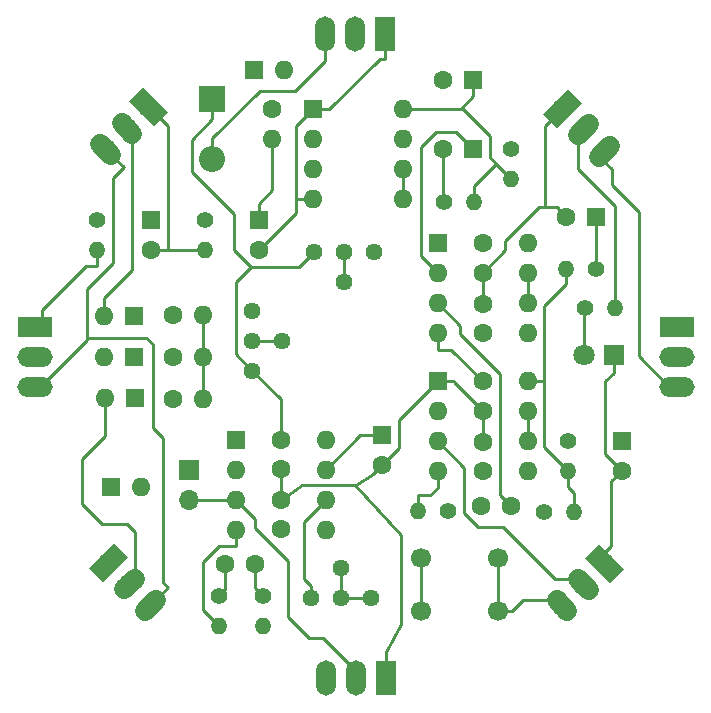
<source format=gbr>
G04 #@! TF.GenerationSoftware,KiCad,Pcbnew,5.0.2-bee76a0~70~ubuntu18.04.1*
G04 #@! TF.CreationDate,2019-08-26T16:36:03-04:00*
G04 #@! TF.ProjectId,neuromime_1.0.1_minor_corr,6e657572-6f6d-4696-9d65-5f312e302e31,rev?*
G04 #@! TF.SameCoordinates,Original*
G04 #@! TF.FileFunction,Copper,L1,Top*
G04 #@! TF.FilePolarity,Positive*
%FSLAX46Y46*%
G04 Gerber Fmt 4.6, Leading zero omitted, Abs format (unit mm)*
G04 Created by KiCad (PCBNEW 5.0.2-bee76a0~70~ubuntu18.04.1) date Mon 26 Aug 2019 04:36:03 PM EDT*
%MOMM*%
%LPD*%
G01*
G04 APERTURE LIST*
G04 #@! TA.AperFunction,ComponentPad*
%ADD10O,1.600000X1.600000*%
G04 #@! TD*
G04 #@! TA.AperFunction,ComponentPad*
%ADD11R,1.600000X1.600000*%
G04 #@! TD*
G04 #@! TA.AperFunction,ComponentPad*
%ADD12C,1.600000*%
G04 #@! TD*
G04 #@! TA.AperFunction,ComponentPad*
%ADD13C,1.800000*%
G04 #@! TD*
G04 #@! TA.AperFunction,ComponentPad*
%ADD14R,1.800000X1.800000*%
G04 #@! TD*
G04 #@! TA.AperFunction,ComponentPad*
%ADD15O,1.700000X1.700000*%
G04 #@! TD*
G04 #@! TA.AperFunction,ComponentPad*
%ADD16R,1.700000X1.700000*%
G04 #@! TD*
G04 #@! TA.AperFunction,ComponentPad*
%ADD17R,1.700000X3.000000*%
G04 #@! TD*
G04 #@! TA.AperFunction,ComponentPad*
%ADD18O,1.700000X3.000000*%
G04 #@! TD*
G04 #@! TA.AperFunction,ComponentPad*
%ADD19R,2.200000X2.200000*%
G04 #@! TD*
G04 #@! TA.AperFunction,ComponentPad*
%ADD20O,2.200000X2.200000*%
G04 #@! TD*
G04 #@! TA.AperFunction,ComponentPad*
%ADD21C,1.400000*%
G04 #@! TD*
G04 #@! TA.AperFunction,ComponentPad*
%ADD22O,1.400000X1.400000*%
G04 #@! TD*
G04 #@! TA.AperFunction,ComponentPad*
%ADD23C,1.700000*%
G04 #@! TD*
G04 #@! TA.AperFunction,Conductor*
%ADD24C,1.700000*%
G04 #@! TD*
G04 #@! TA.AperFunction,Conductor*
%ADD25C,0.150000*%
G04 #@! TD*
G04 #@! TA.AperFunction,ComponentPad*
%ADD26R,3.000000X1.700000*%
G04 #@! TD*
G04 #@! TA.AperFunction,ComponentPad*
%ADD27O,3.000000X1.700000*%
G04 #@! TD*
G04 #@! TA.AperFunction,ComponentPad*
%ADD28C,1.440000*%
G04 #@! TD*
G04 #@! TA.AperFunction,Conductor*
%ADD29C,0.250000*%
G04 #@! TD*
G04 APERTURE END LIST*
D10*
G04 #@! TO.P,U4,8*
G04 #@! TO.N,VCC*
X147460000Y-56985000D03*
G04 #@! TO.P,U4,4*
X139840000Y-64605000D03*
G04 #@! TO.P,U4,7*
G04 #@! TO.N,Net-(C17-Pad1)*
X147460000Y-59525000D03*
G04 #@! TO.P,U4,3*
G04 #@! TO.N,Net-(P5-Pad2)*
X139840000Y-62065000D03*
G04 #@! TO.P,U4,6*
G04 #@! TO.N,Net-(C17-Pad1)*
X147460000Y-62065000D03*
G04 #@! TO.P,U4,2*
G04 #@! TO.N,Net-(C11-Pad1)*
X139840000Y-59525000D03*
G04 #@! TO.P,U4,5*
G04 #@! TO.N,Net-(C16-Pad1)*
X147460000Y-64605000D03*
D11*
G04 #@! TO.P,U4,1*
G04 #@! TO.N,GND*
X139840000Y-56985000D03*
G04 #@! TD*
D12*
G04 #@! TO.P,R2,2*
G04 #@! TO.N,Net-(D2-Pad1)*
X134506000Y-50000000D03*
D10*
G04 #@! TO.P,R2,1*
G04 #@! TO.N,Net-(C5-Pad1)*
X137046000Y-50000000D03*
G04 #@! TD*
D13*
G04 #@! TO.P,D6,2*
G04 #@! TO.N,Net-(D6-Pad2)*
X169304000Y-49809500D03*
D14*
G04 #@! TO.P,D6,1*
G04 #@! TO.N,GND*
X171844000Y-49809500D03*
G04 #@! TD*
D15*
G04 #@! TO.P,W3,2*
G04 #@! TO.N,Net-(P5-Pad2)*
X135903000Y-62065000D03*
D16*
G04 #@! TO.P,W3,1*
G04 #@! TO.N,Net-(D5-Pad2)*
X135903000Y-59525000D03*
G04 #@! TD*
D12*
G04 #@! TO.P,C11,2*
G04 #@! TO.N,Net-(C10-Pad2)*
X141451000Y-67526000D03*
G04 #@! TO.P,C11,1*
G04 #@! TO.N,Net-(C11-Pad1)*
X138951000Y-67526000D03*
G04 #@! TD*
G04 #@! TO.P,C12,2*
G04 #@! TO.N,GND*
X160732000Y-54532000D03*
G04 #@! TO.P,C12,1*
G04 #@! TO.N,VCC*
X160732000Y-52032000D03*
G04 #@! TD*
G04 #@! TO.P,C13,2*
G04 #@! TO.N,GND*
X160732000Y-42848000D03*
G04 #@! TO.P,C13,1*
G04 #@! TO.N,VCC*
X160732000Y-40348000D03*
G04 #@! TD*
G04 #@! TO.P,C15,2*
G04 #@! TO.N,GND*
X160732000Y-57152000D03*
G04 #@! TO.P,C15,1*
G04 #@! TO.N,Net-(C15-Pad1)*
X160732000Y-59652000D03*
G04 #@! TD*
G04 #@! TO.P,C16,2*
G04 #@! TO.N,GND*
X143650000Y-62065000D03*
G04 #@! TO.P,C16,1*
G04 #@! TO.N,Net-(C16-Pad1)*
X143650000Y-64565000D03*
G04 #@! TD*
D10*
G04 #@! TO.P,U1,8*
G04 #@! TO.N,VCC*
X153964000Y-29022000D03*
G04 #@! TO.P,U1,4*
G04 #@! TO.N,GND*
X146344000Y-36642000D03*
G04 #@! TO.P,U1,7*
G04 #@! TO.N,Net-(C6-Pad2)*
X153964000Y-31562000D03*
G04 #@! TO.P,U1,3*
G04 #@! TO.N,Net-(C5-Pad1)*
X146344000Y-34102000D03*
G04 #@! TO.P,U1,6*
G04 #@! TO.N,Net-(U1-Pad5)*
X153964000Y-34102000D03*
G04 #@! TO.P,U1,2*
G04 #@! TO.N,refractory*
X146344000Y-31562000D03*
G04 #@! TO.P,U1,5*
G04 #@! TO.N,Net-(U1-Pad5)*
X153964000Y-36642000D03*
D11*
G04 #@! TO.P,U1,1*
G04 #@! TO.N,GND*
X146344000Y-29022000D03*
G04 #@! TD*
D10*
G04 #@! TO.P,U2,8*
G04 #@! TO.N,VCC*
X164542000Y-40348000D03*
G04 #@! TO.P,U2,4*
X156922000Y-47968000D03*
G04 #@! TO.P,U2,7*
G04 #@! TO.N,Net-(C8-Pad1)*
X164542000Y-42888000D03*
G04 #@! TO.P,U2,3*
G04 #@! TO.N,Net-(C10-Pad2)*
X156922000Y-45428000D03*
G04 #@! TO.P,U2,6*
G04 #@! TO.N,Net-(C8-Pad1)*
X164542000Y-45428000D03*
G04 #@! TO.P,U2,2*
G04 #@! TO.N,Net-(C6-Pad1)*
X156922000Y-42888000D03*
G04 #@! TO.P,U2,5*
G04 #@! TO.N,Net-(C9-Pad1)*
X164542000Y-47968000D03*
D11*
G04 #@! TO.P,U2,1*
G04 #@! TO.N,GND*
X156922000Y-40348000D03*
G04 #@! TD*
D10*
G04 #@! TO.P,U3,8*
G04 #@! TO.N,VCC*
X164542000Y-52032000D03*
G04 #@! TO.P,U3,4*
X156922000Y-59652000D03*
G04 #@! TO.P,U3,7*
G04 #@! TO.N,Net-(C14-Pad1)*
X164542000Y-54572000D03*
G04 #@! TO.P,U3,3*
G04 #@! TO.N,Net-(P2-Pad2)*
X156922000Y-57112000D03*
G04 #@! TO.P,U3,6*
G04 #@! TO.N,Net-(C14-Pad1)*
X164542000Y-57112000D03*
G04 #@! TO.P,U3,2*
G04 #@! TO.N,Net-(C10-Pad1)*
X156922000Y-54572000D03*
G04 #@! TO.P,U3,5*
G04 #@! TO.N,Net-(C15-Pad1)*
X164542000Y-59652000D03*
D11*
G04 #@! TO.P,U3,1*
G04 #@! TO.N,GND*
X156922000Y-52032000D03*
G04 #@! TD*
D12*
G04 #@! TO.P,C7,2*
G04 #@! TO.N,GND*
X143650000Y-59485000D03*
G04 #@! TO.P,C7,1*
G04 #@! TO.N,VCC*
X143650000Y-56985000D03*
G04 #@! TD*
G04 #@! TO.P,C9,2*
G04 #@! TO.N,GND*
X160732000Y-45468000D03*
G04 #@! TO.P,C9,1*
G04 #@! TO.N,Net-(C9-Pad1)*
X160732000Y-47968000D03*
G04 #@! TD*
G04 #@! TO.P,C10,2*
G04 #@! TO.N,Net-(C10-Pad2)*
X163104000Y-62636500D03*
G04 #@! TO.P,C10,1*
G04 #@! TO.N,Net-(C10-Pad1)*
X160604000Y-62636500D03*
G04 #@! TD*
D17*
G04 #@! TO.P,P5,1*
G04 #@! TO.N,GND*
X152540000Y-77193000D03*
D18*
G04 #@! TO.P,P5,2*
G04 #@! TO.N,Net-(P5-Pad2)*
X150000000Y-77193000D03*
G04 #@! TO.P,P5,3*
G04 #@! TO.N,VDD*
X147460001Y-77193000D03*
G04 #@! TD*
D10*
G04 #@! TO.P,D1,2*
G04 #@! TO.N,Net-(D1-Pad2)*
X128710000Y-46500000D03*
D11*
G04 #@! TO.P,D1,1*
G04 #@! TO.N,Net-(D1-Pad1)*
X131250000Y-46500000D03*
G04 #@! TD*
D10*
G04 #@! TO.P,D2,2*
G04 #@! TO.N,Net-(D2-Pad2)*
X128710000Y-50000000D03*
D11*
G04 #@! TO.P,D2,1*
G04 #@! TO.N,Net-(D2-Pad1)*
X131250000Y-50000000D03*
G04 #@! TD*
G04 #@! TO.P,D3,1*
G04 #@! TO.N,Net-(D3-Pad1)*
X131290000Y-53500000D03*
D10*
G04 #@! TO.P,D3,2*
G04 #@! TO.N,/start*
X128750000Y-53500000D03*
G04 #@! TD*
D11*
G04 #@! TO.P,D4,1*
G04 #@! TO.N,Net-(D4-Pad1)*
X141360000Y-25700000D03*
D10*
G04 #@! TO.P,D4,2*
G04 #@! TO.N,Net-(D4-Pad2)*
X143900000Y-25700000D03*
G04 #@! TD*
D11*
G04 #@! TO.P,D5,1*
G04 #@! TO.N,refractory*
X129250000Y-61000000D03*
D10*
G04 #@! TO.P,D5,2*
G04 #@! TO.N,Net-(D5-Pad2)*
X131790000Y-61000000D03*
G04 #@! TD*
D19*
G04 #@! TO.P,D7,1*
G04 #@! TO.N,VCC*
X137835000Y-28133000D03*
D20*
G04 #@! TO.P,D7,2*
G04 #@! TO.N,VDD*
X137835000Y-33213000D03*
G04 #@! TD*
D21*
G04 #@! TO.P,R5,1*
G04 #@! TO.N,refractory*
X137200000Y-38420000D03*
D22*
G04 #@! TO.P,R5,2*
G04 #@! TO.N,GND*
X137200000Y-40960000D03*
G04 #@! TD*
D21*
G04 #@! TO.P,R6,1*
G04 #@! TO.N,Net-(C5-Pad1)*
X128056000Y-38420000D03*
D22*
G04 #@! TO.P,R6,2*
G04 #@! TO.N,GND*
X128056000Y-40960000D03*
G04 #@! TD*
G04 #@! TO.P,R7,2*
G04 #@! TO.N,VCC*
X159970000Y-36855500D03*
D21*
G04 #@! TO.P,R7,1*
G04 #@! TO.N,Net-(C6-Pad2)*
X157430000Y-36855500D03*
G04 #@! TD*
G04 #@! TO.P,R8,1*
G04 #@! TO.N,Net-(C6-Pad1)*
X163144000Y-32347000D03*
D22*
G04 #@! TO.P,R8,2*
G04 #@! TO.N,VCC*
X163144000Y-34887000D03*
G04 #@! TD*
G04 #@! TO.P,R9,2*
G04 #@! TO.N,VCC*
X167780000Y-42507000D03*
D21*
G04 #@! TO.P,R9,1*
G04 #@! TO.N,Net-(C8-Pad1)*
X170320000Y-42507000D03*
G04 #@! TD*
G04 #@! TO.P,R10,1*
G04 #@! TO.N,Net-(C10-Pad2)*
X165938000Y-63081000D03*
D22*
G04 #@! TO.P,R10,2*
G04 #@! TO.N,VCC*
X168478000Y-63081000D03*
G04 #@! TD*
D21*
G04 #@! TO.P,R11,1*
G04 #@! TO.N,Net-(C10-Pad2)*
X142126000Y-70256500D03*
D22*
G04 #@! TO.P,R11,2*
G04 #@! TO.N,VCC*
X142126000Y-72796500D03*
G04 #@! TD*
G04 #@! TO.P,R12,2*
G04 #@! TO.N,VCC*
X155270000Y-63017500D03*
D21*
G04 #@! TO.P,R12,1*
G04 #@! TO.N,Net-(C10-Pad1)*
X157810000Y-63017500D03*
G04 #@! TD*
D22*
G04 #@! TO.P,R13,2*
G04 #@! TO.N,VCC*
X138443000Y-72796500D03*
D21*
G04 #@! TO.P,R13,1*
G04 #@! TO.N,Net-(C11-Pad1)*
X138443000Y-70256500D03*
G04 #@! TD*
D22*
G04 #@! TO.P,R14,2*
G04 #@! TO.N,VCC*
X167970000Y-59652000D03*
D21*
G04 #@! TO.P,R14,1*
G04 #@! TO.N,Net-(C14-Pad1)*
X167970000Y-57112000D03*
G04 #@! TD*
D22*
G04 #@! TO.P,R15,2*
G04 #@! TO.N,Net-(P2-Pad2)*
X171908000Y-45809000D03*
D21*
G04 #@! TO.P,R15,1*
G04 #@! TO.N,Net-(D6-Pad2)*
X169368000Y-45809000D03*
G04 #@! TD*
D11*
G04 #@! TO.P,C1,1*
G04 #@! TO.N,VCC*
X159906000Y-26505000D03*
D12*
G04 #@! TO.P,C1,2*
G04 #@! TO.N,GND*
X157406000Y-26505000D03*
G04 #@! TD*
D11*
G04 #@! TO.P,C4,1*
G04 #@! TO.N,refractory*
X141772000Y-38420000D03*
D12*
G04 #@! TO.P,C4,2*
G04 #@! TO.N,GND*
X141772000Y-40920000D03*
G04 #@! TD*
G04 #@! TO.P,C5,2*
G04 #@! TO.N,GND*
X132628000Y-40920000D03*
D11*
G04 #@! TO.P,C5,1*
G04 #@! TO.N,Net-(C5-Pad1)*
X132628000Y-38420000D03*
G04 #@! TD*
D12*
G04 #@! TO.P,C6,2*
G04 #@! TO.N,Net-(C6-Pad2)*
X157406000Y-32347000D03*
D11*
G04 #@! TO.P,C6,1*
G04 #@! TO.N,Net-(C6-Pad1)*
X159906000Y-32347000D03*
G04 #@! TD*
G04 #@! TO.P,C8,1*
G04 #@! TO.N,Net-(C8-Pad1)*
X170320000Y-38125500D03*
D12*
G04 #@! TO.P,C8,2*
G04 #@! TO.N,GND*
X167820000Y-38125500D03*
G04 #@! TD*
G04 #@! TO.P,C14,2*
G04 #@! TO.N,GND*
X172542000Y-59612000D03*
D11*
G04 #@! TO.P,C14,1*
G04 #@! TO.N,Net-(C14-Pad1)*
X172542000Y-57112000D03*
G04 #@! TD*
D12*
G04 #@! TO.P,C17,2*
G04 #@! TO.N,GND*
X152222000Y-59104000D03*
D11*
G04 #@! TO.P,C17,1*
G04 #@! TO.N,Net-(C17-Pad1)*
X152222000Y-56604000D03*
G04 #@! TD*
D18*
G04 #@! TO.P,K1,3*
G04 #@! TO.N,VDD*
X147360000Y-22657000D03*
G04 #@! TO.P,K1,2*
G04 #@! TO.N,Net-(D4-Pad2)*
X149900000Y-22657000D03*
D17*
G04 #@! TO.P,K1,1*
G04 #@! TO.N,GND*
X152440000Y-22657000D03*
G04 #@! TD*
D23*
G04 #@! TO.P,K2,3*
G04 #@! TO.N,VDD*
X128830279Y-32408483D03*
D24*
G04 #@! TD*
G04 #@! TO.N,VDD*
G04 #@! TO.C,K2*
X128370660Y-31948864D02*
X129289898Y-32868102D01*
D23*
G04 #@! TO.P,K2,2*
G04 #@! TO.N,Net-(D1-Pad2)*
X130626330Y-30612432D03*
D24*
G04 #@! TD*
G04 #@! TO.N,Net-(D1-Pad2)*
G04 #@! TO.C,K2*
X130166711Y-30152813D02*
X131085949Y-31072051D01*
D23*
G04 #@! TO.P,K2,1*
G04 #@! TO.N,GND*
X132422381Y-28816381D03*
D25*
G04 #@! TD*
G04 #@! TO.N,GND*
G04 #@! TO.C,K2*
G36*
X130760680Y-28356762D02*
X131962762Y-27154680D01*
X134084082Y-29276000D01*
X132882000Y-30478082D01*
X130760680Y-28356762D01*
X130760680Y-28356762D01*
G37*
D23*
G04 #@! TO.P,K4,1*
G04 #@! TO.N,GND*
X129030381Y-67414119D03*
D25*
G04 #@! TD*
G04 #@! TO.N,GND*
G04 #@! TO.C,K4*
G36*
X128570762Y-69075820D02*
X127368680Y-67873738D01*
X129490000Y-65752418D01*
X130692082Y-66954500D01*
X128570762Y-69075820D01*
X128570762Y-69075820D01*
G37*
D23*
G04 #@! TO.P,K4,2*
G04 #@! TO.N,/start*
X130826432Y-69210170D03*
D24*
G04 #@! TD*
G04 #@! TO.N,/start*
G04 #@! TO.C,K4*
X130366813Y-69669789D02*
X131286051Y-68750551D01*
D23*
G04 #@! TO.P,K4,3*
G04 #@! TO.N,VDD*
X132622483Y-71006221D03*
D24*
G04 #@! TD*
G04 #@! TO.N,VDD*
G04 #@! TO.C,K4*
X132162864Y-71465840D02*
X133082102Y-70546602D01*
D26*
G04 #@! TO.P,K3,1*
G04 #@! TO.N,GND*
X122807000Y-47460000D03*
D27*
G04 #@! TO.P,K3,2*
G04 #@! TO.N,Net-(D2-Pad2)*
X122807000Y-50000000D03*
G04 #@! TO.P,K3,3*
G04 #@! TO.N,VDD*
X122807000Y-52540000D03*
G04 #@! TD*
D23*
G04 #@! TO.P,P2,3*
G04 #@! TO.N,VDD*
X171069721Y-32558483D03*
D24*
G04 #@! TD*
G04 #@! TO.N,VDD*
G04 #@! TO.C,P2*
X170610102Y-33018102D02*
X171529340Y-32098864D01*
D23*
G04 #@! TO.P,P2,2*
G04 #@! TO.N,Net-(P2-Pad2)*
X169273670Y-30762432D03*
D24*
G04 #@! TD*
G04 #@! TO.N,Net-(P2-Pad2)*
G04 #@! TO.C,P2*
X168814051Y-31222051D02*
X169733289Y-30302813D01*
D23*
G04 #@! TO.P,P2,1*
G04 #@! TO.N,GND*
X167477619Y-28966381D03*
D25*
G04 #@! TD*
G04 #@! TO.N,GND*
G04 #@! TO.C,P2*
G36*
X167018000Y-30628082D02*
X165815918Y-29426000D01*
X167937238Y-27304680D01*
X169139320Y-28506762D01*
X167018000Y-30628082D01*
X167018000Y-30628082D01*
G37*
D27*
G04 #@! TO.P,P3,3*
G04 #@! TO.N,VDD*
X177193000Y-52539999D03*
G04 #@! TO.P,P3,2*
G04 #@! TO.N,Net-(P2-Pad2)*
X177193000Y-50000000D03*
D26*
G04 #@! TO.P,P3,1*
G04 #@! TO.N,GND*
X177193000Y-47460000D03*
G04 #@! TD*
D23*
G04 #@! TO.P,P4,1*
G04 #@! TO.N,GND*
X171051619Y-67459519D03*
D25*
G04 #@! TD*
G04 #@! TO.N,GND*
G04 #@! TO.C,P4*
G36*
X169389918Y-66999900D02*
X170592000Y-65797818D01*
X172713320Y-67919138D01*
X171511238Y-69121220D01*
X169389918Y-66999900D01*
X169389918Y-66999900D01*
G37*
D23*
G04 #@! TO.P,P4,2*
G04 #@! TO.N,Net-(P2-Pad2)*
X169255568Y-69255570D03*
D24*
G04 #@! TD*
G04 #@! TO.N,Net-(P2-Pad2)*
G04 #@! TO.C,P4*
X168795949Y-68795951D02*
X169715187Y-69715189D01*
D23*
G04 #@! TO.P,P4,3*
G04 #@! TO.N,VDD*
X167459517Y-71051621D03*
D24*
G04 #@! TD*
G04 #@! TO.N,VDD*
G04 #@! TO.C,P4*
X166999898Y-70592002D02*
X167919136Y-71511240D01*
D12*
G04 #@! TO.P,R1,2*
G04 #@! TO.N,Net-(D1-Pad1)*
X134506000Y-46444000D03*
D10*
G04 #@! TO.P,R1,1*
G04 #@! TO.N,Net-(C5-Pad1)*
X137046000Y-46444000D03*
G04 #@! TD*
G04 #@! TO.P,R3,1*
G04 #@! TO.N,Net-(C5-Pad1)*
X137046000Y-53556000D03*
D12*
G04 #@! TO.P,R3,2*
G04 #@! TO.N,Net-(D3-Pad1)*
X134506000Y-53556000D03*
G04 #@! TD*
D10*
G04 #@! TO.P,R4,1*
G04 #@! TO.N,refractory*
X142915000Y-31562000D03*
D12*
G04 #@! TO.P,R4,2*
G04 #@! TO.N,Net-(D4-Pad1)*
X142915000Y-29022000D03*
G04 #@! TD*
D28*
G04 #@! TO.P,RV1,3*
G04 #@! TO.N,VCC*
X146471000Y-41087000D03*
G04 #@! TO.P,RV1,2*
G04 #@! TO.N,refractory*
X149011000Y-43627000D03*
G04 #@! TO.P,RV1,1*
G04 #@! TO.N,GND*
X151551000Y-41087000D03*
G04 #@! TO.P,RV1,2*
G04 #@! TO.N,refractory*
X149011000Y-41087000D03*
G04 #@! TD*
G04 #@! TO.P,RV2,2*
G04 #@! TO.N,Net-(C5-Pad1)*
X141237000Y-48603000D03*
G04 #@! TO.P,RV2,1*
G04 #@! TO.N,GND*
X141237000Y-46063000D03*
G04 #@! TO.P,RV2,2*
G04 #@! TO.N,Net-(C5-Pad1)*
X143777000Y-48603000D03*
G04 #@! TO.P,RV2,3*
G04 #@! TO.N,VCC*
X141237000Y-51143000D03*
G04 #@! TD*
G04 #@! TO.P,RV3,3*
G04 #@! TO.N,VCC*
X151280000Y-70400000D03*
G04 #@! TO.P,RV3,2*
X148740000Y-67860000D03*
G04 #@! TO.P,RV3,1*
G04 #@! TO.N,Net-(C17-Pad1)*
X146200000Y-70400000D03*
G04 #@! TO.P,RV3,2*
G04 #@! TO.N,VCC*
X148740000Y-70400000D03*
G04 #@! TD*
D23*
G04 #@! TO.P,SW1,4*
G04 #@! TO.N,VDD*
X162000000Y-71500000D03*
G04 #@! TO.P,SW1,3*
G04 #@! TO.N,/start*
X155500000Y-71500000D03*
G04 #@! TO.P,SW1,2*
G04 #@! TO.N,VDD*
X162000000Y-67000000D03*
G04 #@! TO.P,SW1,1*
G04 #@! TO.N,/start*
X155500000Y-67000000D03*
G04 #@! TD*
D29*
G04 #@! TO.N,GND*
X165975000Y-37323500D02*
X167018000Y-37323500D01*
X167018000Y-37323500D02*
X167820000Y-38125500D01*
X160732000Y-42848000D02*
X162637000Y-40943000D01*
X162637000Y-40943000D02*
X162637000Y-40192600D01*
X162637000Y-40192600D02*
X165506100Y-37323500D01*
X165506100Y-37323500D02*
X165975000Y-37323500D01*
X165975000Y-37323500D02*
X165975000Y-30469100D01*
X165975000Y-30469100D02*
X165975000Y-30469000D01*
X160732000Y-45468000D02*
X160732000Y-42848000D01*
X167018000Y-29426000D02*
X165975000Y-30469000D01*
X152440000Y-23307000D02*
X152440000Y-24782100D01*
X146344000Y-29022000D02*
X147769100Y-29022000D01*
X147769100Y-29022000D02*
X152009000Y-24782100D01*
X152009000Y-24782100D02*
X152440000Y-24782100D01*
X144918900Y-36642000D02*
X144918900Y-30447100D01*
X144918900Y-30447100D02*
X146344000Y-29022000D01*
X134062800Y-40920000D02*
X135834900Y-40920000D01*
X135834900Y-40920000D02*
X135874900Y-40960000D01*
X132628000Y-40920000D02*
X134062800Y-40920000D01*
X134062800Y-40920000D02*
X134062800Y-30456800D01*
X134062800Y-30456800D02*
X132882000Y-29276000D01*
X137200000Y-40960000D02*
X135874900Y-40960000D01*
X152301500Y-59183500D02*
X152222000Y-59104000D01*
X152222000Y-59104000D02*
X153657400Y-57668600D01*
X153657400Y-57668600D02*
X153657400Y-55296600D01*
X153657400Y-55296600D02*
X156922000Y-52032000D01*
X157449500Y-52032000D02*
X156922000Y-52032000D01*
X128056000Y-40960000D02*
X128056000Y-42285100D01*
X123457000Y-47460000D02*
X123457000Y-45984900D01*
X123457000Y-45984900D02*
X127156800Y-42285100D01*
X127156800Y-42285100D02*
X128056000Y-42285100D01*
X171844000Y-51334600D02*
X171116800Y-52061800D01*
X171116800Y-52061800D02*
X171116800Y-58186800D01*
X171116800Y-58186800D02*
X172542000Y-59612000D01*
X171844000Y-49809500D02*
X171844000Y-51334600D01*
X171635100Y-65956800D02*
X171635000Y-65956800D01*
X171635000Y-65956800D02*
X171635000Y-60519000D01*
X171635000Y-60519000D02*
X172542000Y-59612000D01*
X144918900Y-36642000D02*
X144918900Y-37773100D01*
X144918900Y-37773100D02*
X141772000Y-40920000D01*
X146344000Y-36642000D02*
X144918900Y-36642000D01*
X157449500Y-52032000D02*
X158347100Y-52032000D01*
X160732000Y-54532000D02*
X158347100Y-52147100D01*
X158347100Y-52147100D02*
X158347100Y-52032000D01*
X160732000Y-57152000D02*
X160732000Y-54532000D01*
X143650000Y-59485000D02*
X143650000Y-62065000D01*
X170592000Y-66999900D02*
X171635100Y-65956800D01*
X151422001Y-59903999D02*
X152222000Y-59104000D01*
X150000000Y-60800000D02*
X151422001Y-59903999D01*
X143650000Y-62065000D02*
X145457143Y-60800000D01*
X145457143Y-60800000D02*
X149900000Y-60800000D01*
X149900000Y-60800000D02*
X150000000Y-60800000D01*
X153800000Y-65100000D02*
X149900000Y-60800000D01*
X153800000Y-72600000D02*
X153800000Y-65100000D01*
X152540000Y-76543000D02*
X152540000Y-74960000D01*
X152540000Y-74960000D02*
X153800000Y-72600000D01*
G04 #@! TO.N,VCC*
X141150800Y-42364800D02*
X139701300Y-40915300D01*
X139701300Y-40915300D02*
X139701300Y-37917300D01*
X139701300Y-37917300D02*
X136109900Y-34325900D01*
X136109900Y-34325900D02*
X136109900Y-31583200D01*
X136109900Y-31583200D02*
X137835000Y-29858100D01*
X146471000Y-41087000D02*
X145193200Y-42364800D01*
X145193200Y-42364800D02*
X141150800Y-42364800D01*
X141150800Y-42364800D02*
X139850600Y-43665000D01*
X139850600Y-43665000D02*
X139850600Y-49756600D01*
X139850600Y-49756600D02*
X141237000Y-51143000D01*
X143650000Y-56985000D02*
X143650000Y-53556000D01*
X143650000Y-53556000D02*
X141237000Y-51143000D01*
X137835000Y-28133000D02*
X137835000Y-29858100D01*
X161878700Y-33621700D02*
X161331100Y-33074100D01*
X161331100Y-33074100D02*
X161331100Y-31266000D01*
X161331100Y-31266000D02*
X158950600Y-28885500D01*
X163144000Y-34887000D02*
X161878700Y-33621700D01*
X161878700Y-33621700D02*
X159970000Y-35530400D01*
X159970000Y-36855500D02*
X159970000Y-35530400D01*
X158950600Y-28885500D02*
X158814100Y-29022000D01*
X158814100Y-29022000D02*
X153964000Y-29022000D01*
X159906000Y-27742500D02*
X159906000Y-27930100D01*
X159906000Y-27930100D02*
X158950600Y-28885500D01*
X159906000Y-26505000D02*
X159906000Y-27742500D01*
X165967100Y-52032000D02*
X165967100Y-45645000D01*
X165967100Y-45645000D02*
X167780000Y-43832100D01*
X167970000Y-59652000D02*
X165967100Y-57649100D01*
X165967100Y-57649100D02*
X165967100Y-52032000D01*
X164542000Y-52032000D02*
X165967100Y-52032000D01*
X167780000Y-42507000D02*
X167780000Y-43832100D01*
X139840000Y-64605000D02*
X139840000Y-66030100D01*
X139840000Y-66030100D02*
X138414900Y-66030100D01*
X138414900Y-66030100D02*
X137076300Y-67368700D01*
X137076300Y-67368700D02*
X137076300Y-71429800D01*
X137076300Y-71429800D02*
X138443000Y-72796500D01*
X156922000Y-47968000D02*
X156922000Y-49393100D01*
X160732000Y-52032000D02*
X158093100Y-49393100D01*
X158093100Y-49393100D02*
X156922000Y-49393100D01*
X155270000Y-63017500D02*
X155270000Y-61692400D01*
X156922000Y-59652000D02*
X156922000Y-61077100D01*
X155270000Y-61692400D02*
X156306700Y-61692400D01*
X156306700Y-61692400D02*
X156922000Y-61077100D01*
X167970000Y-59652000D02*
X167970000Y-60977100D01*
X167970000Y-60977100D02*
X168478000Y-61485100D01*
X168478000Y-61485100D02*
X168478000Y-63081000D01*
X148740000Y-68878233D02*
X148740000Y-70400000D01*
X148740000Y-67860000D02*
X148740000Y-68878233D01*
X150261767Y-70400000D02*
X148740000Y-70400000D01*
X151280000Y-70400000D02*
X150261767Y-70400000D01*
G04 #@! TO.N,refractory*
X141772000Y-38420000D02*
X141772000Y-36994900D01*
X141772000Y-36994900D02*
X142915000Y-35851900D01*
X142915000Y-35851900D02*
X142915000Y-31562000D01*
X149011000Y-43627000D02*
X149011000Y-41087000D01*
G04 #@! TO.N,Net-(C5-Pad1)*
X141237000Y-48603000D02*
X143777000Y-48603000D01*
X137046000Y-46444000D02*
X137046000Y-50000000D01*
X137046000Y-53556000D02*
X137046000Y-50000000D01*
G04 #@! TO.N,Net-(C6-Pad1)*
X159906000Y-32347000D02*
X158471500Y-30912500D01*
X158471500Y-30912500D02*
X156774000Y-30912500D01*
X156774000Y-30912500D02*
X155496800Y-32189700D01*
X155496800Y-32189700D02*
X155496800Y-41462800D01*
X155496800Y-41462800D02*
X156922000Y-42888000D01*
G04 #@! TO.N,Net-(C6-Pad2)*
X157430000Y-36855500D02*
X157406000Y-36831500D01*
X157406000Y-36831500D02*
X157406000Y-32347000D01*
G04 #@! TO.N,Net-(C8-Pad1)*
X164542000Y-45428000D02*
X164542000Y-42888000D01*
X170320000Y-42507000D02*
X170320000Y-38125500D01*
G04 #@! TO.N,Net-(C10-Pad2)*
X156922000Y-45428000D02*
X158827000Y-47333000D01*
X158827000Y-47333000D02*
X158827000Y-48078600D01*
X158827000Y-48078600D02*
X162177100Y-51428700D01*
X162177100Y-51428700D02*
X162177100Y-61709600D01*
X162177100Y-61709600D02*
X163104000Y-62636500D01*
X142126000Y-70256500D02*
X141451000Y-69581500D01*
X141451000Y-69581500D02*
X141451000Y-67526000D01*
G04 #@! TO.N,Net-(C11-Pad1)*
X138951000Y-69748500D02*
X138443000Y-70256500D01*
X138951000Y-67526000D02*
X138951000Y-69748500D01*
G04 #@! TO.N,Net-(C17-Pad1)*
X150381000Y-56604000D02*
X152222000Y-56604000D01*
X147460000Y-59525000D02*
X150381000Y-56604000D01*
X146200000Y-69381767D02*
X145600000Y-68781767D01*
X146200000Y-70400000D02*
X146200000Y-69381767D01*
X145600000Y-63925000D02*
X147460000Y-62065000D01*
X145600000Y-68781767D02*
X145600000Y-63925000D01*
G04 #@! TO.N,Net-(D1-Pad2)*
X128664000Y-45018900D02*
X128664000Y-46444000D01*
X131085949Y-31072051D02*
X131085949Y-42596951D01*
X131085949Y-42596951D02*
X128664000Y-45018900D01*
G04 #@! TO.N,Net-(D6-Pad2)*
X169368000Y-45809000D02*
X169304000Y-45873000D01*
X169304000Y-45873000D02*
X169304000Y-49809500D01*
G04 #@! TO.N,Net-(P2-Pad2)*
X156922000Y-57112000D02*
X159157000Y-59347000D01*
X159157000Y-59347000D02*
X159157000Y-63212000D01*
X171908000Y-45809000D02*
X171908000Y-37190700D01*
X171908000Y-37190700D02*
X168814100Y-34096800D01*
X168814100Y-34096800D02*
X168814100Y-31222100D01*
X168795949Y-68795951D02*
X166895951Y-68795951D01*
X166895951Y-68795951D02*
X162500000Y-64400000D01*
X160345000Y-64400000D02*
X159157000Y-63212000D01*
X162500000Y-64400000D02*
X160345000Y-64400000D01*
G04 #@! TO.N,Net-(P5-Pad2)*
X135903000Y-62065000D02*
X139840000Y-62065000D01*
X150000000Y-76543000D02*
X147207000Y-73750000D01*
X147207000Y-73750000D02*
X146000000Y-73750000D01*
X146000000Y-73750000D02*
X144250000Y-72000000D01*
X144250000Y-72000000D02*
X144250000Y-67250000D01*
X144250000Y-67250000D02*
X141500000Y-64500000D01*
X141500000Y-63725000D02*
X139840000Y-62065000D01*
X141500000Y-64500000D02*
X141500000Y-63725000D01*
G04 #@! TO.N,Net-(U1-Pad5)*
X153964000Y-36642000D02*
X153964000Y-34102000D01*
G04 #@! TO.N,Net-(C14-Pad1)*
X164542000Y-57112000D02*
X164542000Y-54572000D01*
G04 #@! TO.N,VDD*
X127221600Y-48574800D02*
X123457000Y-52339400D01*
X123457000Y-52339400D02*
X123457000Y-52540000D01*
X130333000Y-33911100D02*
X129420600Y-34823500D01*
X129420600Y-34823500D02*
X129420600Y-42026100D01*
X129420600Y-42026100D02*
X127221600Y-44225100D01*
X127221600Y-44225100D02*
X127221600Y-48574800D01*
X137835000Y-33213000D02*
X137835000Y-31487900D01*
X137835000Y-31487900D02*
X141888900Y-27434000D01*
X141888900Y-27434000D02*
X144872600Y-27434000D01*
X144872600Y-27434000D02*
X147360000Y-24946600D01*
X147360000Y-24946600D02*
X147360000Y-23307000D01*
X129289900Y-32868100D02*
X130333000Y-33911100D01*
X170610100Y-33018100D02*
X171653200Y-34061100D01*
X176543000Y-52540000D02*
X173942800Y-49939800D01*
X173942800Y-49939800D02*
X173942800Y-37746100D01*
X173942800Y-37746100D02*
X171653100Y-35456400D01*
X171653100Y-35456400D02*
X171653100Y-34061200D01*
X171653100Y-34061200D02*
X171653200Y-34061100D01*
X162000000Y-68202081D02*
X162000000Y-71500000D01*
X162000000Y-67000000D02*
X162000000Y-68202081D01*
X164110079Y-70592002D02*
X166999898Y-70592002D01*
X163202081Y-71500000D02*
X164110079Y-70592002D01*
X162000000Y-71500000D02*
X163202081Y-71500000D01*
X132200000Y-48400000D02*
X127221600Y-48400000D01*
X134125200Y-69503500D02*
X133709200Y-69087600D01*
X133709200Y-56876600D02*
X132855000Y-56022400D01*
X133082100Y-70546600D02*
X134125200Y-69503500D01*
X133709200Y-69087600D02*
X133709200Y-56876600D01*
X132855000Y-56022400D02*
X132800000Y-48900000D01*
X132800000Y-48900000D02*
X132200000Y-48400000D01*
G04 #@! TO.N,/start*
X155500000Y-67000000D02*
X155500000Y-71500000D01*
X128750000Y-53500000D02*
X128750000Y-56650000D01*
X128750000Y-56650000D02*
X126800000Y-58600000D01*
X126800000Y-58600000D02*
X126800000Y-62400000D01*
X126800000Y-62400000D02*
X128500000Y-64100000D01*
X128500000Y-64100000D02*
X130600000Y-64100000D01*
X131286051Y-64786051D02*
X131286051Y-68750551D01*
X130600000Y-64100000D02*
X131286051Y-64786051D01*
G04 #@! TD*
M02*

</source>
